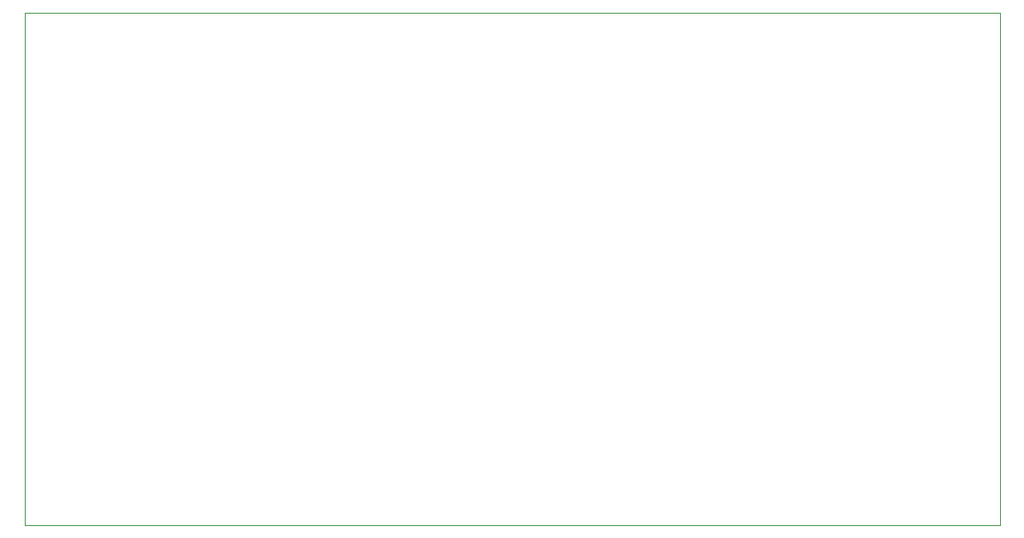
<source format=gbr>
G04 #@! TF.GenerationSoftware,KiCad,Pcbnew,5.1.4-3.fc30*
G04 #@! TF.CreationDate,2019-09-22T10:18:06+02:00*
G04 #@! TF.ProjectId,keyboard_lab1,6b657962-6f61-4726-945f-6c6162312e6b,1.0*
G04 #@! TF.SameCoordinates,Original*
G04 #@! TF.FileFunction,Profile,NP*
%FSLAX46Y46*%
G04 Gerber Fmt 4.6, Leading zero omitted, Abs format (unit mm)*
G04 Created by KiCad (PCBNEW 5.1.4-3.fc30) date 2019-09-22 10:18:06*
%MOMM*%
%LPD*%
G04 APERTURE LIST*
%ADD10C,0.050000*%
G04 APERTURE END LIST*
D10*
X76200000Y-127000000D02*
X76200000Y-76200000D01*
X172720000Y-127000000D02*
X76200000Y-127000000D01*
X172720000Y-76200000D02*
X172720000Y-127000000D01*
X76200000Y-76200000D02*
X172720000Y-76200000D01*
M02*

</source>
